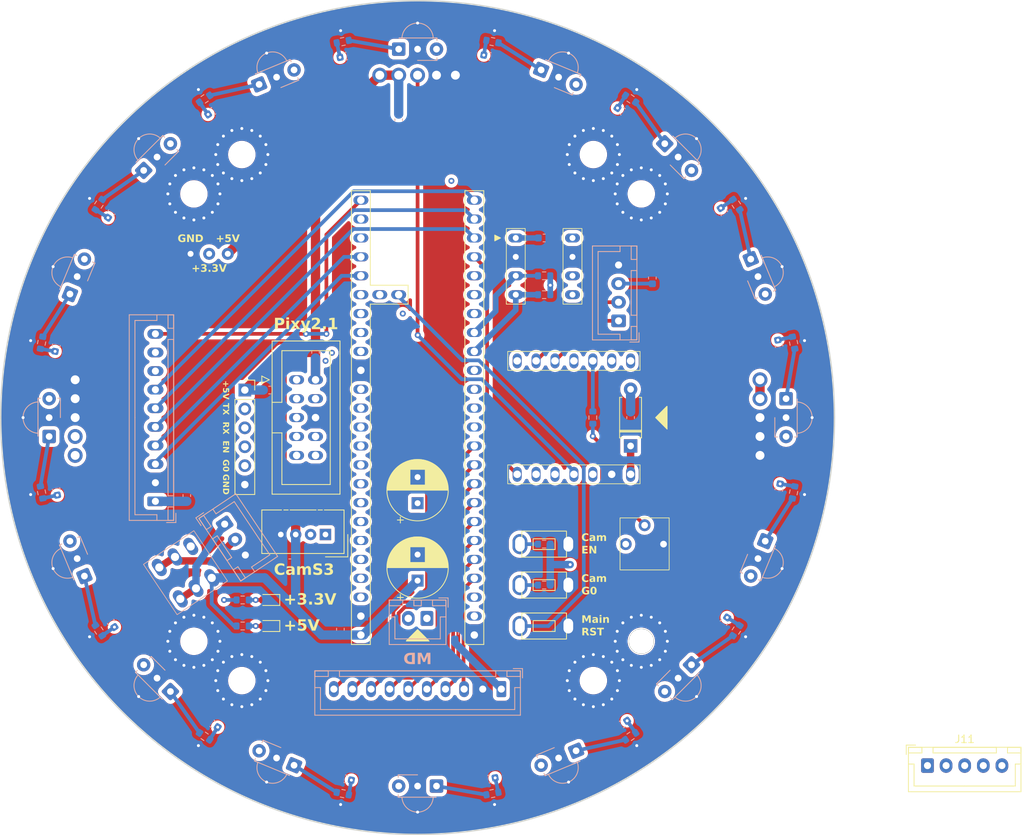
<source format=kicad_pcb>
(kicad_pcb (version 20240108) (generator "pcbnew") (generator_version "8.0")
  (layers (0 "F.Cu" signal) (1 "In1.Cu" signal) (2 "In2.Cu" signal) (31 "B.Cu" signal) (34 "B.Paste" user) (35 "F.Paste" user) (36 "B.SilkS" user "B.Silkscreen") (37 "F.SilkS" user "F.Silkscreen") (38 "B.Mask" user) (39 "F.Mask" user) (44 "Edge.Cuts" user))
  (net 0 "")
  (net 1 "GND")
  (net 2 "+5V")
  (net 3 "+3.3V")
  (net 4 "ball01")
  (net 5 "ball02")
  (net 6 "ball03")
  (net 7 "ball04")
  (net 8 "ball05")
  (net 9 "ball06")
  (net 10 "ball07")
  (net 11 "ball08")
  (net 12 "ball09")
  (net 13 "ball10")
  (net 14 "ball11")
  (net 15 "ball12")
  (net 16 "ball13")
  (net 17 "ball14")
  (net 18 "ball15")
  (net 19 "ball16")
  (net 21 "NeoPixel_PWM")
  (net 22 "Main-RX7")
  (net 23 "SW-TAC-3")
  (net 24 "SDA")
  (net 25 "SW-TAC-2")
  (net 26 "KickerSignal")
  (net 27 "SCL")
  (net 28 "SW-TAC-4")
  (net 29 "BUZZER")
  (net 30 "EN-3")
  (net 31 "ball01k")
  (net 32 "PH-2")
  (net 33 "PH-4")
  (net 34 "Line-TX")
  (net 35 "ball02k")
  (net 36 "EN-4")
  (net 37 "PH-3")
  (net 38 "EN-2")
  (net 39 "Line-RX")
  (net 40 "PH-1")
  (net 41 "EN-1")
  (net 42 "Net-(D3-A)")
  (net 43 "PH-D")
  (net 44 "EN-D")
  (net 45 "SCK")
  (net 46 "MISO")
  (net 47 "Cam-RX")
  (net 48 "MOSI")
  (net 49 "Cam-TX")
  (net 50 "Net-(U4-OUT)")
  (net 51 "Net-(U5-OUT)")
  (net 52 "Net-(U6-OUT)")
  (net 53 "Net-(U7-OUT)")
  (net 54 "Net-(U8-OUT)")
  (net 55 "Net-(U9-OUT)")
  (net 56 "Net-(U10-OUT)")
  (net 57 "Net-(U11-OUT)")
  (net 58 "Net-(U12-OUT)")
  (net 59 "Net-(U13-OUT)")
  (net 60 "Net-(U14-OUT)")
  (net 61 "Net-(U15-OUT)")
  (net 62 "Net-(U16-OUT)")
  (net 63 "Net-(U17-OUT)")
  (net 65 "Main-TX7")
  (net 66 "5.0V")
  (net 67 "3.3V")
  (net 68 "SS")
  (net 69 "Main_RST")
  (net 70 "SW-TAC-1")
  (net 71 "SW-TOG")
  (net 72 "Net-(U3-OUT)")
  (net 73 "Cam_EN")
  (net 74 "Cam_G0")
  (net 75 "Volume")
  (net 76 "Net-(U18-OUT)")
  (net 88 "Net-(R6-Pad1)")
  (net 89 "Net-(D4-A)")
  (net 90 "Net-(D5-K)")
  (footprint "MountingHole:MountingHole_3.2mm_M3" (layer "F.Cu") (at 30.052038 30.052038)
    (property "Reference" "REF**" (hide yes))
    (property "Value" "MountingHole_3.2mm_M3")
  )
  (footprint "@2024TOINIOT2-Main:TVBP06-B043C" (layer "F.Cu") (at 17 22.5 180)
    (property "Reference" "SW4" (hide yes))
    (property "Value" "Cam_RST")
  )
  (footprint "@2024TOINIOT2-Main:MODULE_DEV-16771" (layer "F.Cu") (at 0 0 180)
    (property "Reference" "U1" (hide yes))
    (property "Value" "DEV-16771" (hide yes))
  )
  (footprint "@2024TOINIOT2-Main:Connector" (layer "F.Cu") (at 0 -46)
    (property "Reference" "J8" (hide yes))
    (property "Value" "Conn_NeoPixel" (hide yes))
  )
  (footprint "@2024TOINIOT2-Main:BNO055" (layer "F.Cu") (at 17 -20.32)
    (property "Reference" "U2" (hide yes))
    (property "Value" "~" (hide yes))
  )
  (footprint "Diode_THT:D_A-405_P7.62mm_Horizontal" (layer "F.Cu") (at 28.615 3.81 90)
    (property "Reference" "D5" (hide yes))
    (property "Value" "D_Small")
  )
  (footprint "Connector_JST:JST_XH_B5B-XH-A_1x05_P2.50mm_Vertical" (layer "F.Cu") (at 68.5 46.75)
    (property "Reference" "J11")
    (property "Value" "Conn_Kicker")
  )
  (footprint "@2024TOINIOT2-Main:TVBP06-B043C" (layer "F.Cu") (at 17 17 180)
    (property "Reference" "SW3" (hide yes))
    (property "Value" "Cam_RST")
  )
  (footprint "@2024TOINIOT2-Main:Connector" (layer "F.Cu") (at 46 0 -90)
    (property "Reference" "J10" (hide yes))
    (property "Value" "Conn_NeoPixel" (hide yes))
  )
  (footprint "MountingHole:MountingHole_3.2mm_M3" (layer "F.Cu") (at -30.052038 30.052038)
    (property "Reference" "REF**" (hide yes))
    (property "Value" "MountingHole_3.2mm_M3")
  )
  (footprint "MountingHole:MountingHole_3.2mm_M3" (layer "F.Cu") (at -23.611735 -35.337459)
    (property "Reference" "REF**" (hide yes))
    (property "Value" "MountingHole_3.2mm_M3")
  )
  (footprint "LED_SMD:LED_0603_1608Metric" (layer "F.Cu") (at -20 28 180)
    (property "Reference" "D3" (hide yes))
    (property "Value" "PWR-5")
  )
  (footprint "MountingHole:MountingHole_3.2mm_M3" (layer "F.Cu") (at 23.611735 -35.337459)
    (property "Reference" "REF**" (hide yes))
    (property "Value" "MountingHole_3.2mm_M3")
  )
  (footprint "Connector_PinSocket_2.54mm:PinSocket_1x06_P2.54mm_Vertical" (layer "F.Cu") (at -23.21 -3.7)
    (property "Reference" "J2" (hide yes))
    (property "Value" "CamS3-6")
  )
  (footprint "MountingHole:MountingHole_3.2mm_M3" (layer "F.Cu") (at 23.611735 35.337459)
    (property "Reference" "REF**" (hide yes))
    (property "Value" "MountingHole_3.2mm_M3")
  )
  (footprint "@2024TOINIOT2-Main:XIAO ESP32C3" (layer "F.Cu") (at 21 0 -90)
    (property "Reference" "U19" (hide yes))
    (property "Value" "~")
  )
  (footprint "MountingHole:MountingHole_3.2mm_M3" (layer "F.Cu") (at -23.611735 35.337459)
    (property "Reference" "REF**" (hide yes))
    (property "Value" "MountingHole_3.2mm_M3")
  )
  (footprint "LED_SMD:LED_0603_1608Metric" (layer "F.Cu") (at -20 24.5 180)
    (property "Reference" "D4" (hide yes))
    (property "Value" "PWR-3.3")
  )
  (footprint "MountingHole:MountingHole_3.2mm_M3" (layer "F.Cu") (at 30.052038 -30.052038)
    (property "Reference" "REF**" (hide yes))
    (property "Value" "MountingHole_3.2mm_M3")
  )
  (footprint "Connector_IDC:IDC-Header_2x05_P2.54mm_Vertical" (layer "F.Cu") (at -16.2525 -5.08)
    (property "Reference" "J4" (hide yes))
    (property "Value" "Pixy 2.1")
  )
  (footprint "Capacitor_THT:CP_Radial_D8.0mm_P3.50mm" (layer "F.Cu") (at 0 21.902651 90)
    (property "Reference" "C1" (hide yes))
    (property "Value" "470uF")
  )
  (footprint "MountingHole:MountingHole_3.2mm_M3" (layer "F.Cu") (at -30.052038 -30.052038)
    (property "Reference" "REF**" (hide yes))
    (property "Value" "MountingHole_3.2mm_M3")
  )
  (footprint "Capacitor_THT:CP_Radial_D8.0mm_P3.50mm" (layer "F.Cu") (at 0 11.5 90)
    (property "Reference" "C2" (hide yes))
    (property "Value" "470uF")
  )
  (footprint "Connector:NS-Tech_Grove_1x04_P2mm_Vertical" (layer "F.Cu") (at -12.3775 15.7075 -90)
    (property "Reference" "J3" (hide yes))
    (property "Value" "CamS3-4")
  )
  (footprint "@2024TOINIOT2-Main:3362P" (layer "F.Cu") (at 30.5 17)
    (property "Reference" "RV1" (hide yes))
    (property "Value" "10K" (hide yes))
  )
  (footprint "@2024TOINIOT2-Main:TVBP06-B043C" (layer "F.Cu") (at 17 28 180)
    (property "Reference" "SW2" (hide yes))
    (property "Value" "Main_RST")
  )
  (footprint "@2024TOINIOT2-Main:Connector" (layer "F.Cu") (at -46 0 90)
    (property "Reference" "J9" (hide yes))
    (property "Value" "Conn_NeoPixel" (hide yes))
  )
  (footprint "Connector_JST:JST_XH_B10B-XH-A_1x10_P2.50mm_Vertical" (layer "B.Cu") (at -35.225 11.25 90)
    (property "Reference" "J7" (hide yes))
    (property "Value" "Conn_UI")
  )
  (footprint "Resistor_SMD:R_0603_1608Metric" (layer "B.Cu") (at 28.611867 42.820684 33.75)
    (property "Reference" "R19" (hide yes))
    (property "Value" "39K")
  )
  (footprint "Connector_JST:JST_XH_B2B-XH-A_1x02_P2.50mm_Vertical" (layer "B.Cu") (at 1.25 26.975 180)
    (property "Reference" "J12" (hide yes))
    (property "Value" "Conn_LineUART")
  )
  (footprint "Resistor_SMD:R_0603_1608Metric" (layer "B.Cu") (at 42.820686 28.611867 56.25)
    (property "Reference" "R20" (hide yes))
    (property "Value" "39K")
  )
  (footprint "@2024TOINIOT2-Main:TSSP4038" (layer "B.Cu") (at 0 49.499999 180)
    (property "Reference" "U11" (hide yes))
    (property "Value" "TSSP4038")
  )
  (footprint "Resistor_SMD:R_0603_1608Metric" (layer "B.Cu") (at -28.611865 -42.820684 -146.25)
    (property "Reference" "R9" (hide yes))
    (property "Value" "39K")
  )
  (footprint "@2024TOINIOT2-Main:TSSP4038" (layer "B.Cu") (at 45.732036 18.942828 -112.5)
    (property "Reference" "U14" (hide yes))
    (property "Value" "TSSP4038")
  )
  (footprint "@2024TOINIOT2-Main:2MD1-T2-B4-M2-Q-N" (layer "B.Cu") (at -31.18011 20.833882 123.75)
    (property "Reference" "SW1" (hide yes))
    (property "Value" "SW_DPDT_x2" (hide yes))
  )
  (footprint "Resistor_SMD:R_0603_1608Metric" (layer "B.Cu") (at -50.510441 10.047151 -78.75)
    (property "Reference" "R12" (hide yes))
    (property "Value" "39K")
  )
  (footprint "@2024TOINIOT2-Main:TSSP4038" (layer "B.Cu") (at -49.5 -0.000001 90)
    (property "Reference" "U7" (hide yes))
    (property "Value" "TSSP4038")
  )
  (footprint "Resistor_SMD:R_0603_1608Metric" (layer "B.Cu") (at -23.5 28)
    (property "Reference" "R5" (hide yes))
    (property "Value" "330")
  )
  (footprint "Capacitor_SMD:C_0603_1608Metric" (layer "B.Cu") (at -9.656971 48.548872 168.75)
    (property "Reference" "C20" (hide yes))
    (property "Value" "0.33uF")
  )
  (footprint "@2024TOINIOT2-Main:TSSP4038" (layer "B.Cu") (at 18.942829 -45.732037 -22.5)
    (property "Reference" "U18" (hide yes))
    (property "Value" "TSSP4038")
  )
  (footprint "Resistor_SMD:R_0603_1608Metric" (layer "B.Cu") (at -42.820684 -28.611867 -123.75)
    (property "Reference" "R10" (hide yes))
    (property "Value" "39K")
  )
  (footprint "@2024TOINIOT2-Main:TSSP4038" (layer "B.Cu") (at -35.001785 35.001784 135)
    (property "Reference" "U9" (hide yes))
    (property "Value" "TSSP4038")
  )
  (footprint "@2024TOINIOT2-Main:TSSP4038" (layer "B.Cu") (at -35.001785 -35.001786 45)
    (property "Reference" "U5" (hide yes))
    (property "Value" "TSSP4038")
  )
  (footprint "Capacitor_SMD:C_0603_1608Metric" (layer "B.Cu") (at -9.656971 -48.548872 11.25)
    (property "Reference" "C13" (hide yes))
    (property "Value" "0.33uF")
  )
  (footprint "Resistor_SMD:R_0603_1608Metric" (layer "B.Cu") (at 28.611868 -42.820685 146.25)
    (property "Reference" "R24" (hide yes))
    (property "Value" "39K")
  )
  (footprint "Capacitor_SMD:C_0603_1608Metric" (layer "B.Cu") (at 27.500725 41.157744 -146.25)
    (property "Reference" "C22" (hide yes))
    (property "Value" "0.33uF")
  )
  (footprint "Capacitor_SMD:C_0603_1608Metric" (layer "B.Cu") (at -13.71 -8.775 90)
    (property "Reference" "C11" (hide yes))
    (property "Value" "0.1uF")
  )
  (footprint "Resistor_SMD:R_0603_1608Metric" (layer "B.Cu") (at -10.047151 -50.510442 -168.75)
    (property "Reference" "R8" (hide yes))
    (property "Value" "39K")
  )
  (footprint "Capacitor_SMD:C_0603_1608Metric" (layer "B.Cu") (at -10.37 28.435 90)
    (property "Reference" "C3" (hide yes))
    (property "Value" "0.1uF")
  )
  (footprint "Capacitor_SMD:C_0603_1608Metric" (layer "B.Cu") (at -2.54 -40 -90)
    (property "Reference" "C12" (hide yes))
    (property "Value" "0.1uF")
  )
  (footprint "@2024TOINIOT2-Main:TSSP4038" (layer "B.Cu") (at 35.001785 35.001784 -135)
    (property "Reference" "U13" (hide yes))
    (property "Value" "TSSP4038")
  )
  (footprint "@2024TOINIOT2-Main:TSSP4038" (layer "B.Cu") (at 35.001785 -35.001786 -45)
    (property "Reference" "U17" (hide yes))
    (property "Value" "TSSP4038")
  )
  (footprint "Capacitor_SMD:C_0603_1608Metric" (layer "B.Cu") (at -17.16 19.5 180)
    (property "Reference" "C7" (hide yes))
    (property "Value" "0.1uF")
  )
  (footprint "Capacitor_SMD:C_0603_1608Metric" (layer "B.Cu") (at 9.656971 48.54887 -168.75)
    (property "Reference" "C21" (hide yes))
    (property "Value" "0.33uF")
  )
  (footprint "Capacitor_SMD:C_0603_1608Metric" (layer "B.Cu") (at -31 10.475 90)
    (property "Reference" "C8" (hide yes))
    (property "Value" "0.1uF")
  )
  (footprint "Capacitor_SMD:C_0603_1608Metric" (layer "B.Cu") (at 17 -24.13)
    (property "Reference" "C4" (hide yes))
    (property "Value" "0.1uF")
  )
  (footprint "Resistor_SMD:R_0603_1608Metric" (layer "B.Cu") (at 17 17 180)
    (property "Reference" "R16" (hide yes))
    (property "Value" "10K")
  )
  (footprint "Capacitor_SMD:C_0603_1608Metric" (layer "B.Cu") (at -41.157745 -27.500727 56.25)
    (property "Reference" "C15" (hide yes))
    (property "Value" "0.33uF")
  )
  (footprint "Capacitor_SMD:C_0603_1608Metric" (layer "B.Cu") (at 41.157745 -27.500726 -56.25)
    (property "Reference" "C26" (hide yes))
    (property "Value" "0.33uF")
  )
  (footprint "Resistor_SMD:R_0603_1608Metric" (layer "B.Cu") (at 42.820685 -28.611866 123.75)
    (property "Reference" "R23" (hide yes))
    (property "Value" "39K")
  )
  (footprint "Resistor_SMD:R_0603_1608Metric" (layer "B.Cu") (at 17 22.5 180)
    (property "Reference" "R17" (hide yes))
    (property "Value" "10K")
  )
  (footprint "Capacitor_SMD:C_0603_1608Metric" (layer "B.Cu") (at 31.54 -18.75 90)
    (property "Reference" "C6" (hide yes))
    (property "Value" "0.1uF")
  )
  (footprint "Capacitor_SMD:C_0603_1608Metric" (layer "B.Cu") (at 41.157745 27.500725 -123.75)
    (property "Reference" "C23" (hide yes))
    (property "Value" "0.33uF")
  )
  (footprint "Capacitor_SMD:C_0603_1608Metric" (layer "B.Cu") (at 27.500726 -41.157746 -33.75)
    (property "Reference" "C27" (hide yes))
    (property "Value" "0.33uF")
  )
  (footprint "@2024TOINIOT2-Main:TSSP4038" (layer "B.Cu") (at -18.942829 -45.732037 22.5)
    (property "Reference" "U4" (hide yes))
    (property "Value" "TSSP4038")
  )
  (footprint "Connector_JST:JST_XH_B3B-XH-A_1x03_P2.50mm_Vertical" (layer "B.Cu") (at -25.91728 14.310648 -56.25)
    (property "Reference" "J1" (hide yes))
    (property "Value" "Conn_PWR")
  )
  (footprint "@2024TOINIOT2-Main:TSSP4038" (layer "B.Cu") (at 18.942829 45.732035 -157.5)
    (property "Reference" "U12" (hide yes))
    (property "Value" "TSSP4038")
  )
  (footprint "Resistor_SMD:R_0603_1608Metric" (layer "B.Cu") (at 17 -16.51 180)
    (property "Reference" "R4" (hide yes))
    (property "Value" "1K")
  )
  (footprint "@2024TOINIOT2-Main:TSSP4038" (layer "B.Cu") (at -45.732036 -18.94283 67.5)
    (property "Reference" "U6" (hide yes))
    (property "Value" "TSSP4038")
  )
  (footprint "Capacitor_SMD:C_0603_1608Metric" (layer "B.Cu") (at 28.615 0 -90)
    (property "Reference" "C5" (hide yes))
    (property "Value" "0.1uF")
  )
  (footprint "Capacitor_SMD:C_0603_1608Metric" (layer "B.Cu") (at 48.54887 9.656969 -101.25)
    (property "Reference" "C24" (hide yes))
    (property "Value" "0.33uF")
  )
  (footprint "@2024TOINIOT2-Main:TSSP4038" (layer "B.Cu") (at 45.732036 -18.94283 -67.5)
    (property "Reference" "U16" (hide yes))
    (property "Value" "TSSP4038")
  )
  (footprint "Capacitor_SMD:C_0603_1608Metric" (layer "B.Cu") (at -41.157745 27.500725 123.75)
    (property "Reference" "C18" (hide yes))
    (property "Value" "0.33uF")
  )
  (footprint "Resistor_SMD:R_0603_1608Metric" (layer "B.Cu") (at 10.047152 -50.510441 168.75)
    (property "Reference" "R25" (hide yes))
    (property "Value" "39K")
  )
  (footprint "Capacitor_SMD:C_0603_1608Metric" (layer "B.Cu") (at 9.65697 -48.548871 -11.25)
    (property "Reference" "C28" (hide yes))
    (property "Value" "0.33uF")
  )
  (footprint "Resistor_SMD:R_0603_1608Metric" (layer "B.Cu") (at 50.510443 -10.047152 101.25)
    (property "Reference" "R22" (hide yes))
    (property "Value" "39K")
  )
  (footprint "Capacitor_SMD:C_0603_1608Metric" (layer "B.Cu") (at -27.500726 41.157744 146.25)
    (property "Reference" "C19" (hide yes))
    (property "Value" "0.33uF")
  )
  (footprint "@2024TOINIOT2-Main:TSSP4038" (layer "B.Cu") (at 49.5 0 -90)
    (property "Reference" "U15" (hide yes))
    (property "Value" "TSSP4038")
  )
  (footprint "Capacitor_SMD:C_0603_1608Metric" (layer "B.Cu") (at 48.548871 -9.656971 -78.75)
    (property "Reference" "C25" (hide yes))
    (property "Value" "0.33uF")
  )
  (footprint "Resistor_SMD:R_0603_1608Metric" (layer "B.Cu") (at -23.5 24.5)
    (property "Reference" "R7" (hide yes))
    (property "Value" "330")
  )
  (footprint "Resistor_SMD:R_0603_1608Metric" (layer "B.Cu") (at 23.54 0 90)
    (property "Reference" "R6" (hide yes))
    (property "Value" "10K")
  )
  (footprint "Capacitor_SMD:C_0603_1608Metric" (layer "B.Cu") (at -27.500726 -41.157746 33.75)
    (property "Reference" "C14" (hide yes))
    (property "Value" "0.33uF")
  )
  (footprint "Resistor_SMD:R_0603_1608Metric" (layer "B.Cu") (at 17 -19.05 180)
    (property "Reference" "R3" (hide yes))
    (property "Value" "1K")
  )
  (footprint "Connector_JST:JST_XH_B10B-XH-A_1x10_P2.50mm_Vertical" (layer "B.Cu") (at 11.25 36.475 180)
    (property "Reference" "J5" (hide yes))
    (property "Value" "Conn_MD")
  )
  (footprint "Resistor_SMD:R_0603_1608Metric" (layer "B.Cu") (at -10.04715 50.510441 -11.25)
    (property "Reference" "R15" (hide yes))
    (property "Value" "39K")
  )
  (footprint "Resistor_SMD:R_0603_1608Metric" (layer "B.Cu") (at 10.047152 50.510442 11.25)
    (property "Reference" "R18" (hide yes))
    (property "Value" "39K")
  )
  (footprint "Resistor_SMD:R_0603_1608Metric" (layer "B.Cu") (at -50.51044 -10.047151 -101.25)
    (property "Reference" "R11" (hide yes))
    (property "Value" "39K")
  )
  (footprint "Capacitor_SMD:C_0603_1608Metric" (layer "B.Cu") (at 5 29 90)
    (property "Reference" "C10" (hide yes))
    (property "Value" "0.1uF")
  )
  (footprint "@2024TOINIOT2-Main:TSSP4038" (layer "B.Cu") (at 0 -49.500001)
    (property "Reference" "U3" (hide yes))
    (property "Value" "TSSP4038")
  )
  (footprint "Capacitor_SMD:C_0603_1608Metric" (layer "B.Cu") (at -48.548872 9.65697 101.25)
    (property "Reference" "C17" (hide yes))
    (property "Value" "0.33uF")
  )
  (footprint "Resistor_SMD:R_0603_1608Metric" (layer "B.Cu") (at 50.510442 10.047151 78.75)
    (property "Reference" "R21" (hide yes))
    (property "Value" "39K")
  )
  (footprint "Connector_JST:JST_XH_B4B-XH-A_1x04_P2.50mm_Vertical" (layer "B.Cu") (at 27 -13 90)
    (property "Reference" "J6" (hide yes))
    (property "Value" "Conn_Dribbler")
  )
  (footprint "Capacitor_SMD:C_0603_1608Metric" (layer "B.Cu") (at -19.86 -3.7)
    (property "Reference" "C9" (hide yes))
    (property "Value" "0.1uF")
  )
  (footprint "Capacitor_SMD:C_0603_1608Metric" (layer "B.Cu") (at -48.548871 -9.656971 78.75)
    (property "Reference" "C16" (hide yes))
    (property "Value" "0.33uF")
  )
  (footprint "@2024TOINIOT2-Main:TSSP4038" (layer "B.Cu") (at -45.732036 18.942828 112.5)
    (property "Reference" "U8" (hide yes))
    (property "Value" "TSSP4038")
  )
  (footprint "Resistor_SMD:R_0603_1608Metric" (layer "B.Cu") (at -42.820683 28.611866 -56.25)
    (property "Reference" "R13" (hide yes))
    (property "Value" "39K")
  )
  (footprint "Resistor_SMD:R_0603_1608Metric" (layer "B.Cu") (at -28.611866 42.820685 -33.75)
    (property "Reference" "R14" (hide yes))
    (property "Value" "39K")
  )
  (footprint "@2024TOINIOT2-Main:TSSP4038" (layer "B.Cu") (at -18.942829 45.732035 157.5)
    (property "Reference" "U10" (hide yes))
    (property "Value" "TSSP4038")
  )
  (gr_poly (pts (xy 1.5 30) (xy 0 28.5) (xy -1.5 30)) (stroke (width 0.15)) (fill solid) (layer "F.SilkS"))
  (gr_poly (pts (xy 33.5 -1.5) (xy 32 0) (xy 33.5 1.5)) (stroke (width 0.15)) (fill solid) (layer "F.SilkS"))
  (gr_circle (center 30.052038 30.052038) (end 28.452038 30.052038) (stroke (width 0.2)) (fill none) (layer "Edge.Cuts"))
  (gr_circle (center 0 0) (end -56.000001 0) (stroke (width 0.2)) (fill none) (layer "Edge.Cuts"))
  (gr_text "MD" (at 0 32.5 0) (layer "B.SilkS") (effects (font (size 1.5 1.5)) (justify mirror)))
  (gr_text "RX" (at -25.8 1.4 270) (layer "F.SilkS") (effects (font (size 0.8 0.8) (thickness 0.175))))
  (gr_text "+3.3V" (at -18 24.5 0) (layer "F.SilkS") (effects (font (size 1.5 1.5)) (justify left)))
  (gr_text "Pixy2.1" (at -15 -12.5 0) (layer "F.SilkS") (effects (font (size 1.5 1.5))))
  (gr_text "Main\nRST" (at 22 28 0) (layer "F.SilkS") (effects (font (size 1 1)) (justify left)))
  (gr_text "Cam\nG0" (at 22 22.5 0) (layer "F.SilkS") (effects (font (size 1 1)) (justify left)))
  (gr_text "+3.3V" (at -28 -20 0) (layer "F.SilkS") (effects (font (size 1 1))))
  (gr_text "GND" (at -25.8 8.975 270) (layer "F.SilkS") (effects (font (size 0.8 0.8) (thickness 0.175))))
  (gr_text "GND" (at -30.5 -24 0) (layer "F.SilkS") (effects (font (size 1 1))))
  (gr_text "+5V" (at -18 28 0) (layer "F.SilkS") (effects (font (size 1.5 1.5)) (justify left)))
  (gr_text "G0" (at -25.8 6.45 270) (layer "F.SilkS") (effects (font (size 0.8 0.8) (thickness 0.175))))
  (gr_text "TX" (at -25.8 -1.15 270) (layer "F.SilkS") (effects (font (size 0.8 0.8) (thickness 0.175))))
  (gr_text "CamS3" (at -15.25 20.5 0) (layer "F.SilkS") (effects (font (size 1.5 1.5))))
  (gr_text "+5V" (at -25.5 -24 0) (layer "F.SilkS") (effects (font (size 1 1))))
  (gr_text "Cam\nEN" (at 22 17 0) (layer "F.SilkS") (effects (font (size 1 1)) (justify left)))
  (gr_text "EN" (at -25.8 3.925 270) (layer "F.SilkS") (effects (font (size 0.8 0.8) (thickness 0.175))))
  (gr_text "+5V" (at -25.8 -3.7 270) (layer "F.SilkS") (effects (font (size 0.8 0.8) (thickness 0.175))))
  (via (at -21.136861 -37.812333) (size 0.8) (drill 0.4) (layers "F.Cu" "B.Cu") (net 1))
  (via (at 33.552038 -30.052038) (size 0.8) (drill 0.4) (layers "F.Cu" "B.Cu") (net 1))
  (via (at 28.712646 -26.818459) (size 0.8) (drill 0.4) (layers "F.Cu" "B.Cu") (net 1))
  (via (at -23.611735 38.837459) (size 0.8) (drill 0.4) (layers "F.Cu" "B.Cu") (net 1))
  (via (at 26.81846 31.39143) (size 0.8) (drill 0.4) (layers "F.Cu" "B.Cu") (net 1))
  (via (at 31.39143 -26.81846) (size 0.8) (drill 0.4) (layers "F.Cu" "B.Cu") (net 1))
  (via (at 23.611735 -38.837459) (size 0.8) (drill 0.4) (layers "F.Cu" "B.Cu") (net 1))
  (via (at -26.086609 -32.862585) (size 0.8) (drill 0.4) (layers "F.Cu" "B.Cu") (net 1))
  (via (at -27.577164 32.526912) (size 0.8) (drill 0.4) (layers "F.Cu" "B.Cu") (net 1))
  (via (at -20.378157 -36.676851) (size 0.8) (drill 0.4) (layers "F.Cu" "B.Cu") (net 1))
  (via (at 26.818459 -31.39143) (size 0.8) (drill 0.4) (layers "F.Cu" "B.Cu") (net 1))
  (via (at -33.285617 -31.39143) (size 0.8) (drill 0.4) (layers "F.Cu" "B.Cu") (net 1))
  (via (at 28.712646 26.81846) (size 0.8) (drill 0.4) (layers "F.Cu" "B.Cu") (net 1))
  (via (at 27.577164 -27.577164) (size 0.8) (drill 0.4) (layers "F.Cu" "B.Cu") (net 1))
  (via (at -33.285616 -28.712646) (size 0.8) (drill 0.4) (layers "F.Cu" "B.Cu") (net 1))
  (via (at 26.086609 32.862585) (size 0.8) (drill 0.4) (layers "F.Cu" "B.Cu") (net 1))
  (via (at 20.111735 35.337459) (size 0.8) (drill 0.4) (layers "F.Cu" "B.Cu") (net 1))
  (via (at 28.712646 33.285617) (size 0.8) (drill 0.4) (layers "F.Cu" "B.Cu") (net 1))
  (via (at 53 0) (size 0.8) (drill 0.4) (layers "F.Cu" "B.Cu") (net 1))
  (via (at 26.81846 -28.712646) (size 0.8) (drill 0.4) (layers "F.Cu" "B.Cu") (net 1))
  (via (at -32.526912 32.526912) (size 0.8) (drill 0.4) (layers "F.Cu" "B.Cu") (net 1))
  (via (at -20.111735 35.337459) (size 0.8) (drill 0.4) (layers "F.Cu" "B.Cu") (net 1))
  (via (at -23.611735 31.837459) (size 0.8) (drill 0.4) (layers "F.Cu" "B.Cu") (net 1))
  (via (at -26.818459 31.39143) (size 0.8) (drill 0.4) (layers "F.Cu" "B.Cu") (net 1))
  (via (at 0 -53) (size 0.8) (drill 0.4) (layers "F.Cu" "B.Cu") (net 1))
  (via (at 26.552038 -30.052038) (size 0.8) (drill 0.4) (layers "F.Cu" "B.Cu") (net 1))
  (via (at -10.339787 -51.98162) (size 0.8) (drill 0.4) (layers "F.Cu" "B.Cu") (net 1))
  (via (at 27.577164 32.526912) (size 0.8) (drill 0.4) (layers "F.Cu" "B.Cu") (net 1))
  (via (at 0 53) (size 0.8) (drill 0.4) (layers "F.Cu" "B.Cu") (net 1))
  (via (at 29.445222 -44.067889) (size 0.8) (drill 0.4) (layers "F.Cu" "B.Cu") (net 1))
  (via (at 26.845313 -36.676851) (size 0.8) (drill 0.4) (layers "F.Cu" "B.Cu") (net 1))
  (via (at 24.951127 -32.103881) (size 0.8) (drill 0.4) (layers "F.Cu" "B.Cu") (net 1))
  (via (at -21.136861 32.862585) (size 0.8) (drill 0.4) (layers "F.Cu" "B.Cu") (net 1))
  (via (at -24.951127 32.103881) (size 0.8) (drill 0.4) (layers "F.Cu" "B.Cu") (net 1))
  (via (at 33.285616 -31.39143) (size 0.8) (drill 0.4) (layers "F.Cu" "B.Cu") (net 1))
  (via (at -20.378157 33.998067) (size 0.8) (drill 0.4) (layers "F.Cu" "B.Cu") (net 1))
  (via (at 33.285616 28.712646) (size 0.8) (drill 0.4) (layers "F.Cu" "B.Cu") (net 1))
  (via (at -23.611735 -38.837459) (size 0.8) (drill 0.4) (layers "F.Cu" "B.Cu") (net 1))
  (via (at -26.086609 37.812333) (size 0.8) (drill 0.4) (layers "F.Cu" "B.Cu") (net 1))
  (via (at 33.285617 -28.712646) (size 0.8) (drill 0.4) (layers "F.Cu" "B.Cu") (net 1))
  (via (at -31.39143 -33.285616) (size 0.8) (drill 0.4) (layers "F.Cu" "B.Cu") (net 1))
  (via (at -10.339787 51.98162) (size 0.8) (drill 0.4) (layers "F.Cu" "B.Cu") (net 1))
  (via (at 48.965615 -20.282222) (size 0.8) (drill 0.4) (layers "F.Cu" "B.Cu") (net 1))
  (via (at 22.272343 -32.10388) (size 0.8) (drill 0.4) (layers "F.Cu" "B.Cu") (net 1))
  (via (at 23.611735 31.837459) (size 0.8) (drill 0.4) (layers "F.Cu" "B.Cu") (net 1))
  (via (at 26.086609 -37.812333) (size 0.8) (drill 0.4) (layers "F.Cu" "B.Cu") (net 1))
  (via (at 23.611735 -31.837459) (size 0.8) (drill 0.4) (layers "F.Cu" "B.Cu") (net 1))
  (via (at 21.136861 -37.812333) (size 0.8) (drill 0.4) (layers "F.Cu" "B.Cu") (net 1))
  (via (at 20.378156 33.998067) (size 0.8) (drill 0.4) (layers "F.Cu" "B.Cu") (net 1))
  (via (at 27.577164 27.577164) (size 0.8) (drill 0.4) (layers "F.Cu" "B.Cu") (net 1))
  (via (at 26.086609 37.812333) (size 0.8) (drill 0.4) (layers "F.Cu" "B.Cu") (net 1))
  (via (at -37.476659 -37.476659) (size 0.8) (drill 0.4) (layers "F.Cu" "B.Cu") (net 1))
  (via (at -32.526912 27.577164) (size 0.8) (drill 0.4) (layers "F.Cu" "B.Cu") (net 1))
  (via (at -27.111735 35.337459) (size 0.8) (drill 0.4) (layers "F.Cu" "B.Cu") (net 1))
  (via (at -26.818459 -28.712646) (size 0.8) (drill 0.4) (layers "F.Cu" "B.Cu") (net 1))
  (via (at -21.136861 37.812333) (size 0.8) (drill 0.4) (layers "F.Cu" "B.Cu") (net 1))
  (via (at -26.552038 30.052038) (size 0.8) (drill 0.4) (layers "F.Cu" "B.Cu") (net 1))
  (via (at -51.98162 10.339787) (size 0.8) (drill 0.4) (layers "F.Cu" "B.Cu") (net 1))
  (via (at 37.476659 -37.476659) (size 0.8) (drill 0.4) (layers "F.Cu" "B.Cu") (net 1))
  (via (at -24.951127 -38.571037) (size 0.8) (drill 0.4) (layers "F.Cu" "B.Cu") (net 1))
  (via (at 27.111735 -35.337459) (size 0.8) (drill 0.4) (layers "F.Cu" "B.Cu") (net 1))
  (via (at -27.577164 -32.526912) (size 0.8) (drill 0.4) (layers "F.Cu" "B.Cu") (net 1))
  (via (at -22.272343 32.10388) (size 0.8) (drill 0.4) (layers "F.Cu" "B.Cu") (net 1))
  (via (at -30.052038 -33.552038) (size 0.8) (drill 0.4) (layers "F.Cu" "B.Cu") (net 1))
  (via (at -22.272343 -32.103881) (size 0.8) (drill 0.4) (layers "F.Cu" "B.Cu") (net 1))
  (via (at 23.611735 38.837459) (size 0.8) (drill 0.4) (layers "F.Cu" "B.Cu") (net 1))
  (via (at -48.965615 20.282222) (size 0.8) (drill 0.4) (layers "F.Cu" "B.Cu") (net 1))
  (via (at 20.378157 -33.998067) (size 0.8) (drill 0.4) (layers "F.Cu" "B.Cu") (net 1))
  (via (at -28.712646 -33.285617) (size 0.8) (drill 0.4) (layers "F.Cu" "B.Cu") (net 1))
  (via (at -27.111735 -35.337459) (size 0.8) (drill 0.4) (layers "F.Cu" "B.Cu") (net 1))
  (via (at 20.282222 48.965615) (size 0.8) (drill 0.4) (layers "F.Cu" "B.Cu") (net 1))
  (via (at -44.067889 -29.445222) (size 0.8) (drill 0.4) (layers "F.Cu" "B.Cu") (net 1))
  (via (at -53 0) (size 0.8) (drill 0.4) (layers "F.Cu" "B.Cu") (net 1))
  (via (at 22.272343 32.103881) (size 0.8) (drill 0.4) (layers "F.Cu" "B.Cu") (net 1))
  (via (at 21.136861 -32.862585) (size 0.8) (drill 0.4) (layers "F.Cu" "B.Cu") (net 1))
  (via (at 20.282222 -48.965615) (size 0.8) (drill 0.4) (layers "F.Cu" "B.Cu") (net 1))
  (via (at -29.445222 -44.067889) (size 0.8) (drill 0.4) (layers "F.Cu" "B.Cu") (net 1))
  (via (at 26.845314 -33.998067) (size 0.8) (drill 0.4) (layers "F.Cu" "B.Cu") (net 1))
  (via (at 51.98162 -10.339787) (size 0.8) (drill 0.4) (layers "F.Cu" "B.Cu") (net 1))
  (via (at 30.052038 33.552038) (size 0.8) (drill 0.4) (layers "F.Cu" "B.Cu") (net 1))
  (via (at 31.39143 -33.285617) (size 0.8) (drill 0.4) (layers "F.Cu" "B.Cu") (net 1))
  (via (at 26.818459 28.712646) (size 0.8) (drill 0.4) (layers "F.Cu" "B.Cu") (net 1))
  (via (at -20.378156 36.676851) (size 0.8) (drill 0.4) (layers "F.Cu" "B.Cu") (net 1))
  (via (at -48.965615 -20.282222) (size 0.8) (drill 0.4) (layers "F.Cu" "B.Cu") (net 1))
  (via (at 31.39143 33.285616) (size 0.8) (drill 0.4) (layers "F.Cu" "B.Cu") (net 1))
  (via (at -24.951127 38.571038) (size 0.8) (drill 0.4) (layers "F.Cu" "B.Cu") (net 1))
  (via (at -20.282222 48.965615) (size 0.8) (drill 0.4) (layers "F.Cu" "B.Cu") (net 1))
  (via (at 27.577164 -32.526912) (size 0.8) (drill 0.4) (layers "F.Cu" "B.Cu") (net 1))
  (via (at 44.067889 -29.445222) (size 0.8) (drill 0.4) (layers "F.Cu" "B.Cu") (net 1))
  (via (at -30.052038 33.552038) (size 0.8) (drill 0.4) (layers "F.Cu" "B.Cu") (net 1))
  (via (at -37.476659 37.476659) (size 0.8) (drill 0.4) (layers "F.Cu" "B.Cu") (net 1))
  (via (at -33.552038 30.052038) (size 0.8) (drill 0.4) (layers "F.Cu" "B.Cu") (net 1))
  (via (at -30.052038 26.552038) (size 0.8) (drill 0.4) (layers "F.Cu" "B.Cu") (net 1))
  (via (at 30.052038 26.552038) (size 0.8) (drill 0.4) (layers "F.Cu" "B.Cu") (net 1))
  (via (at -31.39143 33.285617) (size 0.8) (drill 0.4) (layers "F.Cu" "B.Cu") (net 1))
  (via (at 29.445222 44.067889) (size 0.8) (drill 0.4) (layers "F.Cu" "B.Cu") (net 1))
  (via (at -26.086609 -37.812333) (size 0.8) (drill 0.4) (layers "F.Cu" "B.Cu") (net 1))
  (via (at -24.951127 -32.10388) (size 0.8) (drill 0.4) (layers "F.Cu" "B.Cu") (net 1))
  (via (at -26.845313 -33.998067) (size 0.8) (drill 0.4) (layers "F.Cu" "B.Cu") (net 1))
  (via (at 32.526912 -32.526912) (size 0.8) (drill 0.4) (layers "F.Cu" "B.Cu") (net 1))
  (via (at 20.378157 36.676851) (size 0.8) (drill 0.4) (layers "F.Cu" "B.Cu") (net 1))
  (via (at 48.965615 20.282222) (size 0.8) (drill 0.4) (layers "F.Cu" "B.Cu") (net 1))
  (via (at -26.81846 28.712646) (size 0.8) (drill 0.4) (layers "F.Cu" "B.Cu") (net 1))
  (via (at 33.285617 31.39143) (size 0.8) (drill 0.4) (layers "F.Cu" "B.Cu") (net 1))
  (via (at 51.98162 10.339787) (size 0.8) (drill 0.4) (layers "F.Cu" "B.Cu") (net 1))
  (via (at 20.378156 -36.676851) (size 0.8) (drill 0.4) (layers "F.Cu" "B.Cu") (net 1))
  (via (at 24.951127 38.571037) (size 0.8) (drill 0.4) (layers "F.Cu" "B.Cu") (net 1))
  (via (at -20.282222 -48.965615) (size 0.8) (drill 0.4) (layers "F.Cu" "B.Cu") (net 1))
  (via (at -31.39143 26.81846) (size 0.8) (drill 0.4) (layers "F.Cu" "B.Cu") (net 1))
  (via (at 10.339787 51.98162) (size 0.8) (drill 0.4) (layers "F.Cu" "B.Cu") (net 1))
  (via (at 22.272343 38.571038) (size 0.8) (drill 0.4) (layers "F.Cu" "B.Cu") (net 1))
  (via (at 32.526912 27.577164) (size 0.8) (drill 0.4) (layers "F.Cu" "B.Cu") (net 1))
  (via (at 26.845313 33.998067) (size 0.8) (drill 0.4) (layers "F.Cu" "B.Cu") (net 1))
  (via (at -26.81846 -31.39143) (size 0.8) (drill 0.4) (layers "F.Cu" "B.Cu") (net 1))
  (via (at 24.951127 -38.571038) (size 0.8) (drill 0.4) (layers "F.Cu" "B.Cu") (net 1))
  (via (at 44.067889 29.445222) (size 0.8) (drill 0.4) (layers "F.Cu" "B.Cu") (net 1))
  (via (at 26.845314 36.676851) (size 0.8) (drill 0.4) (layers "F.Cu" "B.Cu") (net 1))
  (via (at 26.086609 -32.862585) (size 0.8) (drill 0.4) (layers "F.Cu" "B.Cu") (net 1))
  (via (at 26.552038 30.052038) (size 0.8) (drill 0.4) (layers "F.Cu" "B.Cu") (net 1))
  (via (at 31.39143 26.818459) (size 0.8) (drill 0.4) (layers "F.Cu" "B.Cu") (net 1))
  (via (at 21.136861 37.812333) (size 0.8) (drill 0.4) (layers "F.Cu" "B.Cu") (net 1))
  (via (at 32.526912 -27.577164) (size 0.8) (drill 0.4) (layers "F.Cu" "B.Cu") (net 1))
  (via (at -31.39143 -26.818459) (size 0.8) (drill 0.4) (layers "F.Cu" "B.Cu") (net 1))
  (via (at -28.712646 26.818459) (size 0.8) (drill 0.4) (layers "F.Cu" "B.Cu") (net 1))
  (via (at 24.951127 32.10388) (size 0.8) (drill 0.4) (layers "F.Cu" "B.Cu") (net 1))
  (via (at -28.712646 33.285616) (size 0.8) (drill 0.4) (layers "F.Cu" "B.Cu") (net 1))
  (via (at -22.272343 38.571037) (size 0.8) (drill 0.4) (layers "F.Cu" "B.Cu") (net 1))
  (via (at 33.552038 30.052038) (size 0.8) (drill 0.4) (layers "F.Cu" "B.Cu") (net 1))
  (via (at -20.378156 -33.998067) (size 0.8) (drill 0.4) (layers "F.Cu" "B.Cu") (net 1))
  (via (at 32.526912 32.526912) (size 0.8) (drill 0.4) (layers "F.Cu" "B.Cu") (net 1))
  (via (at 10.339787 -51.98162) (size 0.8) (drill 0.4) (layers "F.Cu" "B.Cu") (net 1))
  (via (at -51.98162 -10.339787) (size 0.8) (drill 0.4) (layers "F.Cu" "B.Cu") (net 1))
  (via (at 22.272343 -38.571037) (size 0.8) (drill 0.4) (layers "F.Cu" "B.Cu") (net 1))
  (via (at -23.611735 -31.837459) (size 0.8) (drill 0.4) (layers "F.Cu" "B.Cu") (net 1))
  (via (at -33.285616 31.39143) (size 0.8) (drill 0.4) (layers "F.Cu" "B.Cu") (net 1))
  (via (at -26.845313 36.676851) (size 0.8) (drill 0.4) (layers "F.Cu" "B.Cu") (net 1))
  (via (at 37.476659 37.476659) (size 0.8) (drill 0.4) (layers "F.Cu" "B.Cu") (net 1))
  (via (at -30.5 -22) (size 1.6) (drill 0.8) (layers "F.Cu" "B.Cu") (net 1))
  (via (at -21.136861 -32.862585) (size 0.8) (drill 0.4) (layers "F.Cu" "B.Cu") (net 1))
  (via (at -20.111735 -35.337459) (size 0.8) (drill 0.4) (layers "F.Cu" "B.Cu") (net 1))
  (via (at -27.577164 -27.577164) (size 0.8) (drill 0.4) (layers "F.Cu" "B.Cu") (net 1))
  (via (at -33.285617 28.712646) (size 0.8) (drill 0.4) (layers "F.Cu" "B.Cu") (net 1))
  (via (at -32.526912 -32.526912) (size 0.8) (drill 0.4) (layers "F.Cu" "B.Cu") (net 1))
  (via (at -30.052038 -26.552038) (size 0.8) (drill 0.4) (layers "F.Cu" "B.Cu") (net 1))
  (via (at -27.577164 27.577164) (size 0.8) (drill 0.4) (layers "F.Cu" "B.Cu") (net 1))
  (via (at 30.052038 -33.552038) (size 0.8) (drill 0.4) (layers "F.Cu" "B.Cu") (net 1))
  (via (at -29.445222 44.067889) (size 0.8) (drill 0.4) (layers "F.Cu" "B.Cu") (net 1))
  (via (at 28.712646 -33.285616) (size 0.8) (drill 0.4) (layers "F.Cu" "B.Cu") (net 1))
  (via (at 21.136861 32.862585) (size 0.8) (drill 0.4) (layers "F.Cu" "B.Cu") (net 1))
  (via (at -22.272343 -38.571038) (size 0.8) (drill 0.4) (layers "F.Cu" "B.Cu") (net 1))
  (via (at -26.552038 -30.052038) (size 0.8) (drill 0.4) (layers "F.Cu" "B.Cu") (net 1))
  (via (at -44.067889 29.445222) (size 0.8) (drill 0.4) (layers "F.Cu" "B.Cu") (net 1))
  (via (at -28.712646 -26.81846) (size 0.8) (drill 0.4) (layers "F.Cu" "B.Cu") (net 1))
  (via (at -26.845314 33.998067) (size 0.8) (drill 0.4) (layers "F.Cu" "B.Cu") (net 1))
  (via (at 20.111735 -35.337459) (size 0.8) (drill 0.4) (layers "F.Cu" "B.Cu") (net 1))
  (via (at -33.552038 -30.052038) (size 0.8) (drill 0.4) (layers "F.Cu" "B.Cu") (net 1))
  (via (at 30.052038 -26.552038) (size 0.8) (drill 0.4) (layers "F.Cu" "B.Cu") (net 1))
  (via (at 27.111735 35.337459) (size 0.8) (drill 0.4) (layers "F.Cu" "B.Cu") (net 1))
  (via (at -26.845314 -36.676851) (size 0.8) (drill 0.4) (layers "F.Cu" "B.Cu") (net 1))
  (via (at -32.526912 -27.577164) (size 0.8) (drill 0.4) (layers "F.Cu" "B.Cu") (net 1))
  (via (at -26.086609 32.862585) (size 0.8) (drill 0.4) (layers "F.Cu" "B.Cu") (net 1))
  (segment (start -13.7125 -37.3675) (end -5.08 -46) (width 1.25) (layer "F.Cu") (net 2))
  (segment (start -23.21 -3.7) (end -18.16 -8.75) (width 1.25) (layer "F.Cu") (net 2))
  (segment (start -13.7125 -37.3675) (end -13.7125 -33.7875) (width 1.25) (layer "F.Cu") (net 2))
  (segment (start -18.16 -8.75) (end -13.7125 -8.75) (width 1.25) (layer "F.Cu") (net 2))
  (segment (start -13.7125 -33.7875) (end -25.5 -22) (width 1.25) (layer "F.Cu") (net 2))
  (segment (start -13.7125 -8.75) (end -13.7125 -37.3675) (width 1.25) (layer "F.Cu") (net 2))
  (segment (start -13.7125 -8.75) (end -13.7125 -5.08) (width 1.25) (layer "F.Cu") (net 2))
  (segment (start -18.21 5.903709) (end -18.21 -8.7) (width 1.25) (layer "F.Cu") (net 2))
  (segment (start 46 -2.54) (end 46 -5.08) (width 1.25) (layer "F.Cu") (net 2))
  (segment (start -16.3775 7.736209) (end -18.21 5.903709) (width 1.25) (layer "F.Cu") (net 2))
  (segment (start -16.3775 15.7075) (end -16.3775 7.736209) (width 1.25) (layer "F.Cu") (net 2))
  (segment (start -5.08 -46) (end -2.54 -46) (width 1.25) (layer "F.Cu") (net 2))
  (via (at -25.5 -22) (size 1.6) (drill 0.8) (layers "F.Cu" "B.Cu") (net 2))
  (segment (start -23.21 -3.7) (end -20.735 -3.7) (width 1.25) (layer "B.Cu") (net 2))
  (segment (start -16.385 25.695) (end -12.87 29.21) (width 1.25) (layer "B.Cu") (net 2))
  (segment (start -24.325 28) (end -24.659295 28) (width 0.5) (layer "B.Cu") (net 2))
  (segment (start -27.657029 25.002266) (end -27.657029 21.534666) (width 0.5) (layer "B.Cu") (net 2))
  (segment (start -24.659295 28) (end -27.657029 25.002266) (width 0.5) (layer "B.Cu") (net 2))
  (segment (start -7.307349 29.21) (end 0 21.902651) (width 1.25) (layer "B.Cu") (net 2))
  (segment (start -20.545334 21.534666) (end -27.657029 21.534666) (width 1.25) (layer "B.Cu") (net 2))
  (segment (start -12.87 29.21) (end -10.37 29.21) (width 1.25) (layer "B.Cu") (net 2))
  (segment (start -16.385 22.923592) (end -16.385 25.695) (width 1.25) (layer "B.Cu") (net 2))
  (segment (start -13.7125 -5.08) (end -13.7125 -7.9975) (width 1.25) (layer "B.Cu") (net 2))
  (segment (start -16.3775 15.7075) (end -16.3775 19.4925) (width 1.25) (layer "B.Cu") (net 2))
  (segment (start -16.3775 19.4925) (end -16.385 19.5) (width 1.25) (layer "B.Cu") (net 2))
  (segment (start -16.385 19.5) (end -16.385 22.923592) (width 1.25) (layer "B.Cu") (net 2))
  (segment (start -7.62 29.21) (end -7.307349 29.21) (width 1.25) (layer "B.Cu") (net 2))
  (segment (start -16.3775 15.7075) (end -16.385 15.715) (width 1.25) (layer "B.Cu") (net 2))
  (segment (start -13.7125 -7.9975) (end -13.71 -8) (width 1.25) (layer "B.Cu") (net 2))
  (segment (start -2.54 -46) (end -2.54 -40.775) (width 1.25) (layer "B.Cu") (net 2))
  (segment (start -16.385 25.695) (end -20.545334 21.534666) (width 1.25) (layer "B.Cu") (net 2))
  (segment (start -10.37 29.21) (end -7.62 29.21) (width 1.25) (layer "B.Cu") (net 2))
  (segment (start 28.615 -3.81) (end 28.615 -0.775) (width 1.25) (layer "B.Cu") (net 2))
  (via (at -28 -22) (size 1.6) (drill 0.8) (layers "F.Cu" "B.Cu") (net 3))
  (via (at 17.825 -17.78) (size 0.8) (drill 0.4) (layers "F.Cu" "B.Cu") (net 3))
  (via (at 20.5 19.75) (size 0.8) (drill 0.4) (layers "F.Cu" "B.Cu") (net 3))
  (via (at -26 24.5) (size 0.8) (drill 0.4) (layers "F.Cu" "B.Cu") (net 3))
  (segment (start 20.5 19.75) (end 20.245837 19.75) (width 1) (layer "B.Cu") (net 3))
  (segment (start 17.825 -19.05) (end 17.825 -16.51) (width 0.75) (layer "B.Cu") (net 3))
  (segment (start 17.825 19.75) (end 20.245837 19.75) (width 1) (layer "B.Cu") (net 3))
  (segment (start -24.285 24.5) (end -26 24.5) (width 0.5) (layer "B.Cu") (net 3))
  (segment (start 17.825 17) (end 17.825 19.75) (width 1) (layer "B.Cu") (net 3))
  (segment (start 13.19 -24.13) (end 16.225 -24.13) (width 0.75) (layer "B.Cu") (net 3))
  (segment (start -35.225 11.25) (end -31 11.25) (width 1.25) (layer "B.Cu") (net 3))
  (segment (start 5 29.775) (end 5 30.225) (width 1) (layer "B.Cu") (net 3))
  (segment (start 17.825 19.75) (end 17.825 22.5) (width 1) (layer "B.Cu") (net 3))
  (segment (start 5 30.225) (end 11.25 36.475) (width 1) (layer "B.Cu") (net 3))
  (segment (start 31.515 -18) (end 31.54 -17.975) (width 0.5) (layer "B.Cu") (net 3))
  (segment (start 27 -18) (end 31.515 -18) (width 0.5) (layer "B.Cu") (net 3))
  (via (at -10.41708 -48.397677) (size 0.8) (drill 0.4) (layers "F.Cu" "B.Cu") (net 4))
  (segment (start -10.856298 -50.349492) (end -10.41708 -48.397677) (width 0.5) (layer "B.Cu") (net 4))
  (via (at -28.145115 -40.72718) (size 0.8) (drill 0.4) (layers "F.Cu" "B.Cu") (net 5))
  (segment (start -29.297827 -42.362338) (end -28.145115 -40.72718) (width 0.5) (layer "B.Cu") (net 5))
  (via (at -41.588312 -26.85634) (size 0.8) (drill 0.4) (layers "F.Cu" "B.Cu") (net 6))
  (segment (start -43.27903 -27.925904) (end -41.588312 -26.85634) (width 0.5) (layer "B.Cu") (net 6))
  (via (at -48.700067 -8.896863) (size 0.8) (drill 0.4) (layers "F.Cu" "B.Cu") (net 7))
  (segment (start -48.700067 -8.896863) (end -50.67139 -9.238002) (width 0.5) (layer "B.Cu") (net 7))
  (via (at -48.397677 10.417079) (size 0.8) (drill 0.4) (layers "F.Cu" "B.Cu") (net 8))
  (segment (start -50.349491 10.856298) (end -48.397677 10.417079) (width 0.5) (layer "B.Cu") (net 8))
  (via (at -40.727179 28.145114) (size 0.8) (drill 0.4) (layers "F.Cu" "B.Cu") (net 9))
  (segment (start -42.362337 29.297828) (end -40.727179 28.145114) (width 0.5) (layer "B.Cu") (net 9))
  (via (at -26.856339 41.588311) (size 0.8) (drill 0.4) (layers "F.Cu" "B.Cu") (net 10))
  (segment (start -27.925903 43.279031) (end -26.856339 41.588311) (width 0.5) (layer "B.Cu") (net 10))
  (via (at -8.896862 48.700067) (size 0.8) (drill 0.4) (layers "F.Cu" "B.Cu") (net 11))
  (segment (start -8.896862 48.700067) (end -9.238001 50.671391) (width 0.5) (layer "B.Cu") (net 11))
  (via (at 10.41708 48.397675) (size 0.8) (drill 0.4) (layers "F.Cu" "B.Cu") (net 12))
  (segment (start 10.41708 48.397675) (end 10.856299 50.349492) (width 0.5) (layer "B.Cu") (net 12))
  (via (at 28.145114 40.727178) (size 0.8) (drill 0.4) (layers "F.Cu" "B.Cu") (net 13))
  (segment (start 29.297829 42.362338) (end 28.145114 40.727178) (width 0.5) (layer "B.Cu") (net 13))
  (via (at 41.588312 26.856338) (size 0.8) (drill 0.4) (layers "F.Cu" "B.Cu") (net 14))
  (segment (start 43.279032 27.925904) (end 41.588312 26.856338) (width 0.5) (layer "B.Cu") (net 14))
  (via (at 48.700066 8.896861) (size 0.8) (drill 0.4) (layers "F.Cu" "B.Cu") (net 15))
  (segment (start 50.671392 9.238002) (end 48.700066 8.896861) (width 0.5) (layer "B.Cu") (net 15))
  (via (at 48.397676 -10.41708) (size 0.8) (drill 0.4) (layers "F.Cu" "B.Cu") (net 16))
  (segment (start 48.397676 -10.41708) (end 50.349493 -10.856299) (width 0.5) (layer "B.Cu") (net 16))
  (via (at -1.99 -13.97) (size 0.8) (drill 0.4) (layers "F.Cu" "B.Cu") (net 17))
  (via (at 40.727179 -28.145115) (size 0.8) (drill 0.4) (layers "F.Cu" "B.Cu") (net 17))
  (segment (start 42.362339 -29.297828) (end 40.727179 -28.145115) (width 0.5) (layer "B.Cu") (net 17))
  (via (at 26.856339 -41.588313) (size 0.8) (drill 0.4) (layers "F.Cu" "B.Cu") (net 18))
  (via (at 4.54 -31.8) (size 0.8) (drill 0.4) (layers "F.Cu" "B.Cu") (net 18))
  (segment (start 27.925905 -43.279031) (end 26.856339 -41.588313) (width 0.5) (layer "B.Cu") (net 18))
  (via (at 8.896862 -48.700067) (size 0.8) (drill 0.4) (layers "F.Cu" "B.Cu") (net 19))
  (segment (start 9.238003 -50.671391) (end 8.896862 -48.700067) (width 0.5) (layer "B.Cu") (net 19))
  (segment (start 0.021327 -11.079245) (end 0 -11.100572) (width 0.5) (layer "F.Cu") (net 21))
  (segment (start 0 -11.100572) (end 0 -46) (width 0.5) (layer "F.Cu") (net 21))
  (via (at 0.021327 -11.079245) (size 0.8) (drill 0.4) (layers "F.Cu" "B.Cu") (net 21))
  (segment (start 21 7.207918) (end 21 7.62) (width 0.5) (layer "B.Cu") (net 21))
  (segment (start 0.021327 -11.079245) (end 5.950572 -5.15) (width 0.5) (layer "B.Cu") (net 21))
  (segment (start 8.642082 -5.15) (end 21 7.207918) (width 0.5) (layer "B.Cu") (net 21))
  (segment (start 5.950572 -5.15) (end 8.642082 -5.15) (width 0.5) (layer "B.Cu") (net 21))
  (segment (start 6.42 -27.87) (end -8.605 -27.87) (width 0.5) (layer "B.Cu") (net 23))
  (segment (start 7.62 -26.67) (end 6.42 -27.87) (width 0.5) (layer "B.Cu") (net 23))
  (segment (start -8.605 -27.87) (end -35.225 -1.25) (width 0.5) (layer "B.Cu") (net 23))
  (via (at -11.51 -8.7) (size 0.8) (drill 0.4) (layers "F.Cu" "B.Cu") (net 24))
  (segment (start 7.62 -11.43) (end 10.5 -14.31) (width 0.75) (layer "B.Cu") (net 24))
  (segment (start 10.5 -14.31) (end 10.5 -16.36) (width 0.75) (layer "B.Cu") (net 24))
  (segment (start 10.5 -16.36) (end 13.19 -19.05) (width 0.75) (layer "B.Cu") (net 24))
  (segment (start 13.19 -19.05) (end 16.175 -19.05) (width 0.5) (layer "B.Cu") (net 24))
  (segment (start 6.42 -25.33) (end 7.62 -24.13) (width 0.5) (layer "B.Cu") (net 25))
  (segment (start -8.645 -25.33) (end 6.42 -25.33) (width 0.5) (layer "B.Cu") (net 25))
  (segment (start -35.225 1.25) (end -8.645 -25.33) (width 0.5) (layer "B.Cu") (net 25))
  (via (at -12.36 -7.625) (size 0.8) (drill 0.4) (layers "F.Cu" "B.Cu") (net 27))
  (segment (start 16.175 -16.51) (end 13.19 -16.51) (width 0.75) (layer "B.Cu") (net 27))
  (segment (start 13.19 -14.46) (end 13.19 -16.51) (width 0.75) (layer "B.Cu") (net 27))
  (segment (start 7.62 -8.89) (end 13.19 -14.46) (width 0.75) (layer "B.Cu") (net 27))
  (segment (start -35.225 -3.75) (end -8.565 -30.41) (width 0.5) (layer "B.Cu") (net 28))
  (segment (start 6.42 -30.41) (end 7.62 -29.21) (width 0.5) (layer "B.Cu") (net 28))
  (segment (start -8.565 -30.41) (end 6.42 -30.41) (width 0.5) (layer "B.Cu") (net 28))
  (segment (start -12.25 -24.58) (end -7.62 -29.21) (width 0.5) (layer "F.Cu") (net 29))
  (segment (start -15 -11.25) (end -35.225 -11.25) (width 0.5) (layer "F.Cu") (net 29))
  (segment (start -12.25 -11.25) (end -12.25 -24.58) (width 0.5) (layer "F.Cu") (net 29))
  (via (at -12.25 -11.25) (size 0.8) (drill 0.4) (layers "F.Cu" "B.Cu") (net 29))
  (via (at -15 -11.25) (size 0.8) (drill 0.4) (layers "F.Cu" "B.Cu") (net 29))
  (segment (start -12.25 -11.25) (end -15 -11.25) (width 0.5) (layer "B.Cu") (net 29))
  (segment (start 3.37 15.68) (end 7.62 11.43) (width 0.5) (layer "F.Cu") (net 30))
  (segment (start 3.37 30.86505) (end 3.37 15.68) (width 0.5) (layer "F.Cu") (net 30))
  (segment (start -0.71495 34.95) (end 3.37 30.86505) (width 0.5) (layer "F.Cu") (net 30))
  (segment (start -3.75 36.475) (end -2.225 34.95) (width 0.5) (layer "F.Cu") (net 30))
  (segment (start -2.225 34.95) (end -0.71495 34.95) (width 0.5) (layer "F.Cu") (net 30))
  (segment (start 4.07 17.52) (end 4.07 31.155) (width 0.5) (layer "F.Cu") (net 32))
  (segment (start 7.62 13.97) (end 4.07 17.52) (width 0.5) (layer "F.Cu") (net 32))
  (segment (start 4.07 31.155) (end -1.25 36.475) (width 0.5) (layer "F.Cu") (net 32))
  (segment (start -2.003427 24.75) (end -0.548675 24.75) (width 0.5) (layer "F.Cu") (net 33))
  (segment (start 1.27 22.931325) (end 1.27 10.16) (width 0.5) (layer "F.Cu") (net 33))
  (segment (start -0.548675 24.75) (end 1.27 22.931325) (width 0.5) (layer "F.Cu") (net 33))
  (segment (start 1.27 10.16) (end 7.62 3.81) (width 0.5) (layer "F.Cu") (net 33))
  (segment (start -3.25 28.475) (end -3.25 25.996572) (width 0.5) (layer "F.Cu") (net 33))
  (segment (start -11.25 36.475) (end -3.25 28.475) (width 0.5) (layer "F.Cu") (net 33))
  (segment (start -3.25 25.996572) (end -2.003427 24.75) (width 0.5) (layer "F.Cu") (net 33))
  (segment (start -2.55 30.275) (end -8.75 36.475) (width 0.5) (layer "F.Cu") (net 36))
  (segment (start -1.713478 25.45) (end -2.55 26.286522) (width 0.5) (layer "F.Cu") (net 36))
  (segment (start -2.55 26.286522) (end -2.55 30.275) (width 0.5) (layer "F.Cu") (net 36))
  (segment (start 7.62 6.35) (end 1.97 12) (width 0.5) (layer "F.Cu") (net 36))
  (segment (start 1.97 23.221275) (end -0.258726 25.45) (width 0.5) (layer "F.Cu") (net 36))
  (segment (start 1.97 12) (end 1.97 23.221275) (width 0.5) (layer "F.Cu") (net 36))
  (segment (start -0.258726 25.45) (end -1.713478 25.45) (width 0.5) (layer "F.Cu") (net 36))
  (segment (start -4.025 34.25) (end -1.0049 34.25) (width 0.5) (layer "F.Cu") (net 37))
  (segment (start 2.67 13.84) (end 7.62 8.89) (width 0.5) (layer "F.Cu") (net 37))
  (segment (start -6.25 36.475) (end -4.025 34.25) (width 0.5) (layer "F.Cu") (net 37))
  (segment (start 2.67 30.5751) (end 2.67 13.84) (width 0.5) (layer "F.Cu") (net 37))
  (segment (start -1.0049 34.25) (end 2.67 30.5751) (width 0.5) (layer "F.Cu") (net 37))
  (segment (start 4.77 32.955) (end 1.25 36.475) (width 0.5) (layer "F.Cu") (net 38))
  (segment (start 4.77 19.36) (end 4.77 32.955) (width 0.5) (layer "F.Cu") (net 38))
  (segment (start 7.62 16.51) (end 4.77 19.36) (width 0.5) (layer "F.Cu") (net 38))
  (segment (start 5.47 21.2) (end 7.62 19.05) (width 0.5) (layer "F.Cu") (net 40))
  (segment (start 3.75 36.475) (end 5.47 34.755) (width 0.5) (layer "F.Cu") (net 40))
  (segment (start 5.47 34.755) (end 5.47 21.2) (width 0.5) (layer "F.Cu") (net 40))
  (segment (start 6.17 36.395) (end 6.17 23.04) (width 0.5) (layer "F.Cu") (net 41))
  (segment (start 6.17 23.04) (end 7.62 21.59) (width 0.5) (layer "F.Cu") (net 41))
  (segment (start 6.25 36.475) (end 6.17 36.395) (width 0.5) (layer "F.Cu") (net 41))
  (segment (start -21.75 28) (end -20.7875 28) (width 0.5) (layer "F.Cu") (net 42))
  (via (at -21.75 28) (size 0.8) (drill 0.4) (layers "F.Cu" "B.Cu") (net 42))
  (segment (start -22.675 28) (end -21.75 28) (width 0.5) (layer "B.Cu") (net 42))
  (segment (start 18.46 -7.62) (end 23.84 -13) (width 0.5) (layer "F.Cu") (net 43))
  (segment (start 23.84 -13) (end 27 -13) (width 0.5) (layer "F.Cu") (net 43))
  (segment (start 27 -15.5) (end 23.8 -15.5) (width 0.5) (layer "F.Cu") (net 44))
  (segment (start 23.8 -15.5) (end 15.92 -7.62) (width 0.5) (layer "F.Cu") (net 44))
  (segment (start -27.925903 -43.27903) (end -21.289483 -44.760021) (width 0.5) (layer "B.Cu") (net 50))
  (segment (start -42.362338 -29.29783) (end -36.797836 -33.205735) (width 0.5) (layer "B.Cu") (net 51))
  (segment (start -46.704052 -16.596176) (end -50.34949 -10.8563) (width 0.5) (layer "B.Cu") (net 52))
  (segment (start -49.5 2.539999) (end -50.671391 9.238004) (width 0.5) (layer "B.Cu") (net 53))
  (segment (start -44.76002 21.289482) (end -43.279029 27.925904) (width 0.5) (layer "B.Cu") (net 54))
  (segment (start -33.205734 36.797835) (end -29.297829 42.362339) (width 0.5) (layer "B.Cu") (net 55))
  (segment (start -10.856299 50.349491) (end -16.596175 46.704051) (width 0.5) (layer "B.Cu") (net 56))
  (segment (start 2.54 49.499999) (end 9.238005 50.671392) (width 0.5) (layer "B.Cu") (net 57))
  (segment (start 21.289483 44.760019) (end 27.925905 43.27903) (width 0.5) (layer "B.Cu") (net 58))
  (segment (start 36.797836 33.205733) (end 42.36234 29.29783) (width 0.5) (layer "B.Cu") (net 59))
  (segment (start 46.704052 16.596174) (end 50.349492 10.8563) (width 0.5) (layer "B.Cu") (net 60))
  (segment (start 49.5 -2.54) (end 50.671393 -9.238005) (width 0.5) (layer "B.Cu") (net 61))
  (segment (start 44.76002 -21.289484) (end 43.279031 -27.925904) (width 0.5) (layer "B.Cu") (net 62))
  (segment (start 33.205734 -36.797837) (end 29.297831 -42.362339) (width 0.5) (layer "B.Cu") (net 63))
  (segment (start 13.38 7.62) (end 9.34 3.58) (width 0.5) (layer "F.Cu") (net 65))
  (segment (start 9.34 3.58) (end 9.34 -19.87) (width 0.5) (layer "F.Cu") (net 65))
  (segment (start 9.34 -19.87) (end 7.62 -21.59) (width 0.5) (layer "F.Cu") (net 65))
  (segment (start -31.880894 24.356963) (end -29.768962 22.945815) (width 1) (layer "F.Cu") (net 66))
  (segment (start -29.768962 20.018962) (end -25.91728 14.310648) (width 1) (layer "B.Cu") (net 66))
  (segment (start -29.768962 22.945815) (end -29.768962 20.018962) (width 1) (layer "B.Cu") (net 66))
  (segment (start -27.393373 19.254341) (end -24.528354 16.389322) (width 1) (layer "F.Cu") (net 67))
  (segment (start -32.058866 19.254341) (end -27.393373 19.254341) (width 1) (layer "F.Cu") (net 67))
  (segment (start -34.703191 20.133098) (end -32.591258 18.721949) (width 1) (layer "F.Cu") (net 67))
  (segment (start -32.591258 18.721949) (end -32.058866 19.254341) (width 1) (layer "F.Cu") (net 67))
  (segment (start 22.325 6.407944) (end 8.227056 -7.69) (width 0.5) (layer "B.Cu") (net 69))
  (segment (start 22.325 23.25) (end 22.325 6.407944) (width 0.5) (layer "B.Cu") (net 69))
  (segment (start -2.54 -16.256) (end -2.54 -16.51) (width 0.5) (layer "B.Cu") (net 69))
  (segment (start 13.75 28) (end 17.575 28) (width 0.5) (layer "B.Cu") (net 69))
  (segment (start 8.227056 -7.69) (end 6.026 -7.69) (width 0.5) (layer "B.Cu") (net 69))
  (segment (start 6.026 -7.69) (end -2.54 -16.256) (width 0.5) (layer "B.Cu") (net 69))
  (segment (start 17.575 28) (end 22.325 23.25) (width 0.5) (layer "B.Cu") (net 69))
  (segment (start -7.62 -21.59) (end -9.885 -21.59) (width 0.5) (layer "B.Cu") (net 70))
  (segment (start -9.885 -21.59) (end -35.225 3.75) (width 0.5) (layer "B.Cu") (net 70))
  (segment (start -10.2 -19.05) (end -7.62 -19.05) (width 0.5) (layer "B.Cu") (net 71))
  (segment (start -35.225 6.25) (end -35.225 5.975) (width 0.5) (layer "B.Cu") (net 71))
  (segment (start -35.225 5.975) (end -10.2 -19.05) (width 0.5) (layer "B.Cu") (net 71))
  (segment (start -9.238004 -50.671392) (end -2.54 -49.500001) (width 0.5) (layer "B.Cu") (net 72))
  (segment (start 13.75 17) (end 16.175 17) (width 0.5) (layer "B.Cu") (net 73))
  (segment (start 13.75 22.5) (end 16.175 22.5) (width 0.5) (layer "B.Cu") (net 74))
  (segment (start 23.54 -7.62) (end 23.54 -0.825) (width 0.5) (layer "B.Cu") (net 75))
  (segment (start 16.596175 -46.704053) (end 10.856301 -50.349491) (width 0.5) (layer "B.Cu") (net 76))
  (segment (start 24.79 3.75) (end 24.79 8.75) (width 0.5) (layer "F.Cu") (net 88))
  (segment (start 24.79 8.75) (end 30.5 14.46) (width 0.5) (layer "F.Cu") (net 88))
  (segment (start 23.54 2.5) (end 24.79 3.75) (width 0.5) (layer "F.Cu") (net 88))
  (via (at 23.54 2.5) (size 0.8) (drill 0.4) (layers "F.Cu" "B.Cu") (net 88))
  (segment (start 23.54 0.825) (end 23.54 2.5) (width 0.5) (layer "B.Cu") (net 88))
  (segment (start -21.75 24.5) (end -20.7875 24.5) (width 0.5) (layer "F.Cu") (net 89))
  (via (at -21.75 24.5) (size 0.8) (drill 0.4) (layers "F.Cu" "B.Cu") (net 89))
  (segment (start -22.675 24.5) (end -21.75 24.5) (width 0.5) (layer "B.Cu") (net 89))
  (segment (start 28.615 7.625) (end 28.62 7.62) (width 1) (layer "F.Cu") (net 90))
  (segment (start 28.615 7.615) (end 28.62 7.62) (width 1) (layer "F.Cu") (net 90))
  (segment (start 28.615 3.81) (end 28.615 7.615) (width 1) (layer "F.Cu") (net 90))
  (zone (net 1) (net_name "GND") (layers "F&B.Cu") (connect_pads yes (clearance 0.5)) (min_thickness 0.5) (fill yes (thermal_gap 0.5) (thermal_bridge_width 0.5))
    (polygon (pts (xy 56 -56) (xy 56 56) (xy -56 56) (xy -56 -56)))
  )
)
</source>
